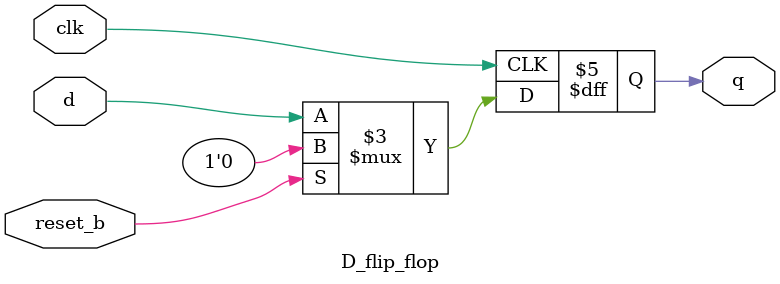
<source format=sv>
module part1 (
    input logic Clock,
    input logic Enable,
    input logic Reset,
    output logic [7:0] CounterValue
);

    logic [6:0] i;

    // Assign Intermediate Values
    assign i[0] = Enable & CounterValue[0];
    assign i[1] = i[0] & CounterValue[1];
    assign i[2] = i[1] & CounterValue[2];
    assign i[3] = i[2] & CounterValue[3];
    assign i[4] = i[3] & CounterValue[4];
    assign i[5] = i[4] & CounterValue[5];
    assign i[6] = i[5] & CounterValue[6];

    // Instantiate T Flip Flops
    T_flip_flop u0(
        .clk(Clock),
        .T(Enable),
        .reset(Reset),
        .Q(CounterValue[0])
    );

    T_flip_flop u1(
        .clk(Clock),
        .T(i[0]),
        .reset(Reset),
        .Q(CounterValue[1])
    );

    T_flip_flop u2(
        .clk(Clock),
        .T(i[1]),
        .reset(Reset),
        .Q(CounterValue[2])
    );

    T_flip_flop u3(
        .clk(Clock),
        .T(i[2]),
        .reset(Reset),
        .Q(CounterValue[3])
    );

    T_flip_flop u4(
        .clk(Clock),
        .T(i[3]),
        .reset(Reset),
        .Q(CounterValue[4])
    );

    T_flip_flop u5(
        .clk(Clock),
        .T(i[4]),
        .reset(Reset),
        .Q(CounterValue[5])
    );

    T_flip_flop u6(
        .clk(Clock),
        .T(i[5]),
        .reset(Reset),
        .Q(CounterValue[6])
    );

    T_flip_flop u7(
        .clk(Clock),
        .T(i[6]),
        .reset(Reset),
        .Q(CounterValue[7])
    );


endmodule



module T_flip_flop(
    input logic clk,
    input logic T,
    input logic reset,
    output logic Q
);

    D_flip_flop u1 (
        .clk(clk),
        .reset_b(reset),
        .d(T^Q),
        .q(Q)
        );

endmodule


module D_flip_flop (
    input logic clk ,
    input logic reset_b ,
    input logic d ,
    output logic q
) ;

    always_ff @ ( posedge clk )
    if ( reset_b ) q <= 1'b0;
    else q <= d;


endmodule
</source>
